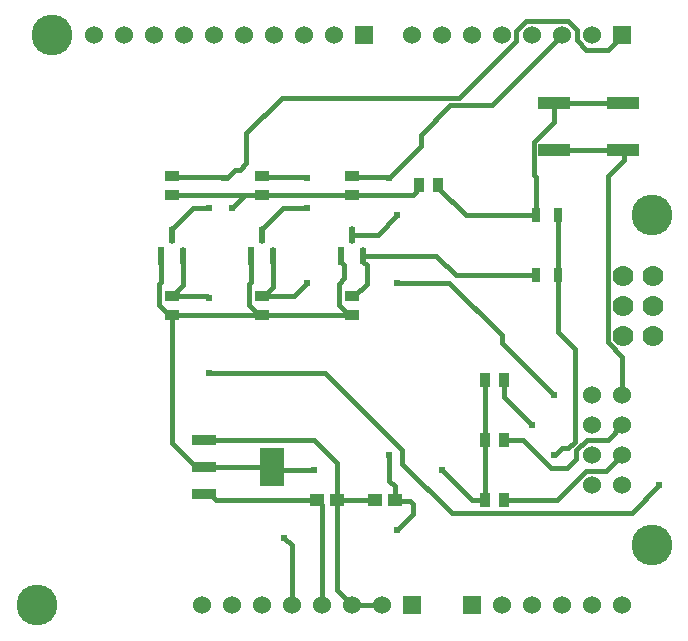
<source format=gtl>
G04*
G04 #@! TF.GenerationSoftware,Altium Limited,Altium Designer,26.2.0 (7)*
G04*
G04 Layer_Physical_Order=1*
G04 Layer_Color=255*
%FSLAX44Y44*%
%MOMM*%
G71*
G04*
G04 #@! TF.SameCoordinates,07046FA8-F61C-4276-8BF4-9B4F64F1D9A8*
G04*
G04*
G04 #@! TF.FilePolarity,Positive*
G04*
G01*
G75*
%ADD13R,1.2621X0.8081*%
G04:AMPARAMS|DCode=14|XSize=1.5242mm|YSize=0.578mm|CornerRadius=0.289mm|HoleSize=0mm|Usage=FLASHONLY|Rotation=90.000|XOffset=0mm|YOffset=0mm|HoleType=Round|Shape=RoundedRectangle|*
%AMROUNDEDRECTD14*
21,1,1.5242,0.0000,0,0,90.0*
21,1,0.9463,0.5780,0,0,90.0*
1,1,0.5780,0.0000,0.4731*
1,1,0.5780,0.0000,-0.4731*
1,1,0.5780,0.0000,-0.4731*
1,1,0.5780,0.0000,0.4731*
%
%ADD14ROUNDEDRECTD14*%
%ADD15R,0.5780X1.5242*%
%ADD16R,0.7000X1.3000*%
%ADD21R,0.8081X1.2621*%
%ADD27R,1.2500X1.1000*%
%ADD28R,2.1500X3.2500*%
%ADD29R,2.1500X0.9500*%
%ADD30R,2.8000X1.0000*%
%ADD31C,0.3810*%
%ADD32C,1.5240*%
%ADD33R,1.5240X1.5240*%
%ADD34C,3.4540*%
%ADD35C,1.7780*%
%ADD36C,0.6096*%
D13*
X406400Y287420D02*
D03*
Y271380D02*
D03*
X330200Y287420D02*
D03*
X406400Y389020D02*
D03*
X330200Y271380D02*
D03*
X254000D02*
D03*
Y287420D02*
D03*
Y389020D02*
D03*
X406400Y372980D02*
D03*
X330200D02*
D03*
Y389020D02*
D03*
X254000Y372980D02*
D03*
D14*
X406400Y339302D02*
D03*
X415900Y321098D02*
D03*
X339700D02*
D03*
X254000Y339302D02*
D03*
X263500Y321098D02*
D03*
X330200Y339302D02*
D03*
D15*
X396900Y321098D02*
D03*
X320700D02*
D03*
X244500D02*
D03*
D16*
X562000Y304800D02*
D03*
X581000Y355600D02*
D03*
X562000D02*
D03*
X581000Y304800D02*
D03*
D21*
X535070Y114300D02*
D03*
X519030D02*
D03*
Y215900D02*
D03*
Y165100D02*
D03*
X535070D02*
D03*
Y215900D02*
D03*
X479590Y381000D02*
D03*
X463550D02*
D03*
D27*
X442840Y114300D02*
D03*
X393700D02*
D03*
X376700D02*
D03*
X425840D02*
D03*
D28*
X338880Y142240D02*
D03*
D29*
X280880D02*
D03*
Y119240D02*
D03*
Y165240D02*
D03*
D30*
X577850Y450850D02*
D03*
X635850D02*
D03*
Y410850D02*
D03*
X577850D02*
D03*
D31*
Y450850D02*
X635850D01*
X562000Y355600D02*
Y387997D01*
X560421Y389576D02*
X562000Y387997D01*
X560421Y389576D02*
Y417378D01*
X577850Y434807D01*
Y450850D01*
X636812Y402367D02*
Y409888D01*
X623065Y388620D02*
X636812Y402367D01*
X635850Y410850D02*
X636812Y409888D01*
X623065Y247977D02*
Y388620D01*
X577850Y410850D02*
X635850D01*
X643255Y103505D02*
X666750Y127000D01*
X490829Y103505D02*
X643255D01*
X578368Y152400D02*
X584305Y158338D01*
X577850Y152400D02*
X578368D01*
X584305Y158338D02*
X589495D01*
X594995Y163838D01*
X574686Y141605D02*
X588671D01*
X551191Y165100D02*
X574686Y141605D01*
X535070Y165100D02*
X551191D01*
X533181Y247869D02*
X577850Y203200D01*
X488950Y298450D02*
X533181Y254219D01*
Y247869D02*
Y254219D01*
X535070Y201530D02*
X558800Y177800D01*
X535070Y201530D02*
Y215900D01*
X355600Y25400D02*
Y76200D01*
X349250Y82550D02*
X355600Y76200D01*
X443481Y113658D02*
X455436D01*
X458130Y110964D01*
X442840Y114300D02*
X443481Y113658D01*
X444500Y88900D02*
X458130Y102530D01*
Y110964D01*
X406400Y339302D02*
X428202D01*
X444500Y355600D01*
X464755Y413955D02*
Y423731D01*
X438150Y387350D02*
X464755Y413955D01*
X406400Y389020D02*
X407235Y388185D01*
X437315D02*
X438150Y387350D01*
X407235Y388185D02*
X437315D01*
X464755Y423731D02*
X489659Y448635D01*
X524835D01*
X330200Y389020D02*
X331035Y388185D01*
X367465D01*
X368300Y387350D01*
X348117Y361950D02*
X368300D01*
X298450Y387350D02*
X300856D01*
X347035Y454985D02*
X497448D01*
X317243Y399793D02*
Y425193D01*
X254835Y388185D02*
X297615D01*
X317243Y425193D02*
X347035Y454985D01*
X300856Y387350D02*
X307559Y394053D01*
X297615Y388185D02*
X298450Y387350D01*
X307559Y394053D02*
X311503D01*
X317243Y399793D01*
X254000Y389020D02*
X254835Y388185D01*
X304800Y361950D02*
X315830Y372980D01*
X254000Y339302D02*
Y344033D01*
X271917Y361950D02*
X285750D01*
X254000Y344033D02*
X271917Y361950D01*
X396900Y316367D02*
Y321098D01*
Y316367D02*
X400050Y313217D01*
Y302238D02*
Y313217D01*
X404130Y271380D02*
X406400D01*
X395644Y279866D02*
X404130Y271380D01*
X395644Y297832D02*
X400050Y302238D01*
X395644Y279866D02*
Y297832D01*
X406400Y287420D02*
X408670D01*
X419100Y297850D01*
X415900Y316350D02*
Y321098D01*
Y316350D02*
X419100Y313150D01*
Y297850D02*
Y313150D01*
X444500Y298450D02*
X488950D01*
X339700Y294650D02*
Y321098D01*
X330200Y287420D02*
X332470D01*
X357270D02*
X368300Y298450D01*
X332470Y287420D02*
X357270D01*
X332470D02*
X339700Y294650D01*
X415900Y321098D02*
X477904D01*
X494202Y304800D01*
X562000D01*
X524835Y448635D02*
X584200Y508000D01*
X254000Y271380D02*
X327930D01*
X254000Y163120D02*
X274880Y142240D01*
X251730Y271380D02*
X254000D01*
X438150Y130944D02*
Y152400D01*
Y130944D02*
X442840Y126255D01*
Y114300D02*
Y126255D01*
X320700Y299088D02*
Y321098D01*
X319444Y279866D02*
X327930Y271380D01*
X319444Y297832D02*
X320700Y299088D01*
X319444Y279866D02*
Y297832D01*
X327930Y271380D02*
X330200D01*
X404130D01*
X244500Y299088D02*
Y321098D01*
X243244Y297832D02*
X244500Y299088D01*
X243244Y279866D02*
Y297832D01*
Y279866D02*
X251730Y271380D01*
X254000Y163120D02*
Y271380D01*
X341420Y139700D02*
X374650D01*
X280880Y142240D02*
X338880D01*
X341420Y139700D01*
X274880Y142240D02*
X280880D01*
X263500Y296920D02*
Y321098D01*
X258406Y291826D02*
X263500Y296920D01*
X256270Y287420D02*
X258406Y289555D01*
Y291826D01*
X254000Y287420D02*
X256270D01*
X497448Y454985D02*
X545465Y503003D01*
X589198Y520065D02*
X596900Y512363D01*
Y503638D02*
X604603Y495935D01*
X596900Y503638D02*
Y512363D01*
X553802Y520065D02*
X589198D01*
X545465Y511727D02*
X553802Y520065D01*
X545465Y503003D02*
Y511727D01*
X622935Y495935D02*
X635000Y508000D01*
X604603Y495935D02*
X622935D01*
X284080Y287420D02*
X285750Y285750D01*
Y222250D02*
X383566D01*
X448945Y145389D02*
Y156871D01*
X383566Y222250D02*
X448945Y156871D01*
Y145389D02*
X490829Y103505D01*
X254000Y287420D02*
X284080D01*
X330200Y344033D02*
X348117Y361950D01*
X482600Y139700D02*
X508000Y114300D01*
X519030D01*
X280880Y165240D02*
X374510D01*
X393633Y146117D01*
Y114367D02*
Y146117D01*
X406400Y372980D02*
X457800D01*
X330200D02*
X406400D01*
X579837Y114300D02*
X604603Y139065D01*
X535070Y114300D02*
X579837D01*
X588671Y141605D02*
X596637Y149571D01*
X581000Y256464D02*
Y355600D01*
X604603Y139065D02*
X621665D01*
X635000Y152400D01*
X519030Y114300D02*
Y165100D01*
X596637Y156500D02*
X605872Y165735D01*
X622935D02*
X635000Y177800D01*
X596637Y149571D02*
Y156500D01*
X605872Y165735D02*
X622935D01*
X594995Y163838D02*
Y242469D01*
X519030Y165100D02*
Y215900D01*
X623065Y247977D02*
X635000Y236042D01*
Y203200D02*
Y236042D01*
X406400Y25400D02*
X431800D01*
X376700Y114300D02*
X377405D01*
X381000Y110705D01*
Y25400D02*
Y110705D01*
X393633Y114367D02*
X393700Y114300D01*
X315830Y372980D02*
X330200D01*
X254000D02*
X315830D01*
X393700Y114300D02*
X425840D01*
X291820D02*
X376700D01*
X581000Y256464D02*
X594995Y242469D01*
X393700Y38100D02*
X406400Y25400D01*
X393700Y38100D02*
Y114300D01*
X280880Y119240D02*
X286880D01*
X291820Y114300D01*
X479590Y378730D02*
Y381000D01*
Y378730D02*
X502720Y355600D01*
X562000D01*
X330200Y339302D02*
Y344033D01*
X463550Y378730D02*
Y381000D01*
X457800Y372980D02*
X463550Y378730D01*
D32*
X609600Y203200D02*
D03*
X584200Y508000D02*
D03*
X609600Y127000D02*
D03*
X635000D02*
D03*
X355600Y25400D02*
D03*
X609600Y177800D02*
D03*
Y152400D02*
D03*
X635000Y203200D02*
D03*
Y177800D02*
D03*
Y152400D02*
D03*
X533400Y25400D02*
D03*
X558800D02*
D03*
X584200D02*
D03*
X609600D02*
D03*
X635000D02*
D03*
X391160Y508000D02*
D03*
X365760D02*
D03*
X340360D02*
D03*
X314960D02*
D03*
X289560D02*
D03*
X264160D02*
D03*
X238760D02*
D03*
X213360D02*
D03*
X187960D02*
D03*
X558800D02*
D03*
X533400D02*
D03*
X508000D02*
D03*
X482600D02*
D03*
X457200D02*
D03*
X609600D02*
D03*
X381000Y25400D02*
D03*
X330200D02*
D03*
X304800D02*
D03*
X279400D02*
D03*
X431800D02*
D03*
X406400D02*
D03*
D33*
X635000Y508000D02*
D03*
X508000Y25400D02*
D03*
X416560Y508000D02*
D03*
X457200Y25400D02*
D03*
D34*
X660400Y355600D02*
D03*
X139700Y25400D02*
D03*
X152400Y508000D02*
D03*
X660400Y76200D02*
D03*
D35*
X636400Y304300D02*
D03*
X661800D02*
D03*
X636400Y278900D02*
D03*
X661800D02*
D03*
X636400Y253500D02*
D03*
X661800D02*
D03*
D36*
X666750Y127000D02*
D03*
X577850Y152400D02*
D03*
Y203200D02*
D03*
X558800Y177800D02*
D03*
X349250Y82550D02*
D03*
X444500Y88900D02*
D03*
Y355600D02*
D03*
X438150Y387350D02*
D03*
X368300D02*
D03*
Y361950D02*
D03*
X298450Y387350D02*
D03*
X285750Y361950D02*
D03*
X304800D02*
D03*
X444500Y298450D02*
D03*
X368300D02*
D03*
X438150Y152400D02*
D03*
X374650Y139700D02*
D03*
X285750Y285750D02*
D03*
Y222250D02*
D03*
X482600Y139700D02*
D03*
M02*

</source>
